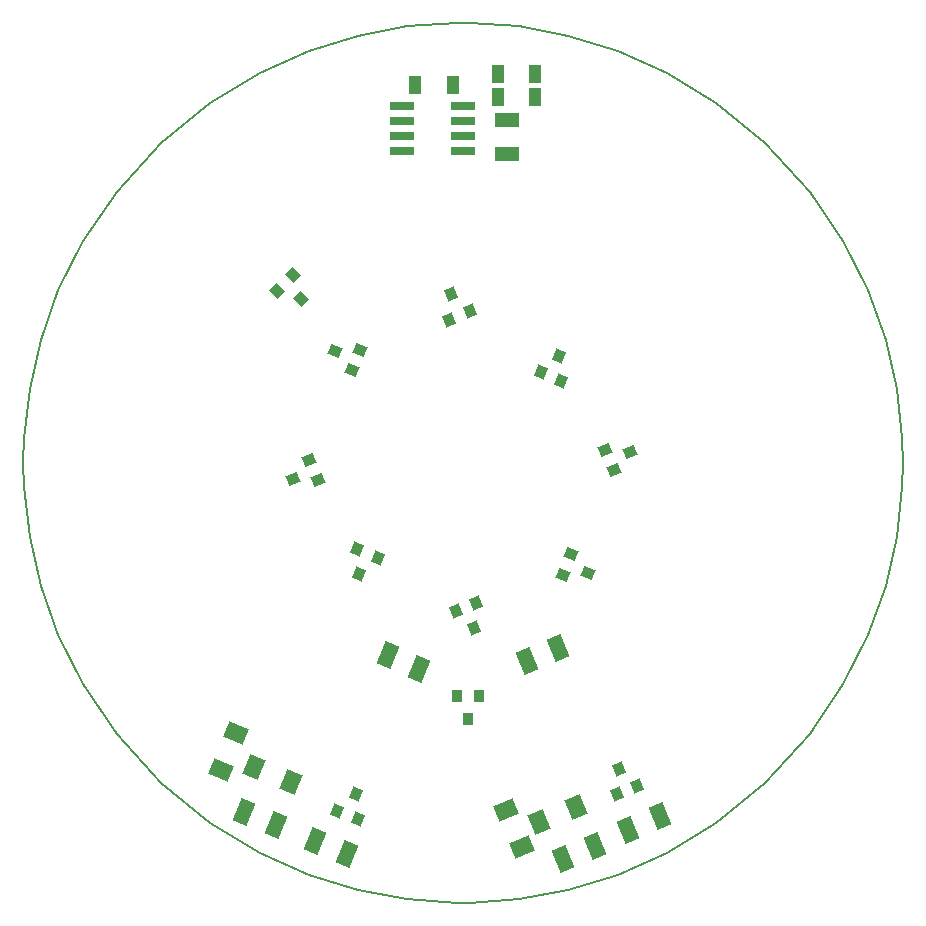
<source format=gbr>
G04 PROTEUS RS274X GERBER FILE*
%FSLAX45Y45*%
%MOMM*%
G01*
%AMPPAD003*
4,1,4,
0.639430,0.216260,
0.299230,-0.605070,
-0.639430,-0.216260,
-0.299230,0.605070,
0.639430,0.216260,
0*%
%ADD13PPAD003*%
%AMPPAD004*
4,1,4,
0.605070,-0.299230,
-0.216260,-0.639430,
-0.605070,0.299230,
0.216260,0.639430,
0.605070,-0.299230,
0*%
%ADD14PPAD004*%
%AMPPAD005*
4,1,4,
0.216260,-0.639430,
-0.605070,-0.299230,
-0.216260,0.639430,
0.605070,0.299230,
0.216260,-0.639430,
0*%
%ADD15PPAD005*%
%AMPPAD006*
4,1,4,
-0.299230,-0.605070,
-0.639430,0.216260,
0.299230,0.605070,
0.639430,-0.216260,
-0.299230,-0.605070,
0*%
%ADD16PPAD006*%
%AMPPAD007*
4,1,4,
-0.197860,1.181670,
0.975470,0.695660,
0.197860,-1.181670,
-0.975470,-0.695660,
-0.197860,1.181670,
0*%
%ADD17PPAD007*%
%AMPPAD008*
4,1,4,
-0.975470,0.695660,
0.197860,1.181670,
0.975470,-0.695660,
-0.197860,-1.181670,
-0.975470,0.695660,
0*%
%ADD18PPAD008*%
%AMPPAD013*
4,1,4,
-0.673520,0.044900,
-0.044900,0.673520,
0.673520,-0.044900,
0.044900,-0.673520,
-0.673520,0.044900,
0*%
%ADD21PPAD013*%
%ADD22R,2.032000X0.635000*%
%ADD23R,2.032000X1.270000*%
%ADD24R,0.889000X1.016000*%
%ADD27R,1.016000X1.524000*%
%AMPPAD020*
4,1,4,
0.985540,-0.554020,
-0.305120,-1.088630,
-0.985540,0.554020,
0.305120,1.088630,
0.985540,-0.554020,
0*%
%ADD28PPAD020*%
%AMPPAD021*
4,1,4,
0.305120,-1.088630,
-0.985540,-0.554020,
-0.305120,1.088630,
0.985540,0.554020,
0.305120,-1.088630,
0*%
%ADD29PPAD021*%
%AMPPAD022*
4,1,4,
-0.554020,-0.985540,
-1.088630,0.305120,
0.554020,0.985540,
1.088630,-0.305120,
-0.554020,-0.985540,
0*%
%ADD72PPAD022*%
%AMPPAD023*
4,1,4,
-1.088630,-0.305120,
-0.554020,0.985540,
1.088630,0.305120,
0.554020,-0.985540,
-1.088630,-0.305120,
0*%
%ADD73PPAD023*%
%ADD31C,0.203200*%
D13*
X-1080000Y+950000D03*
X-939966Y+790273D03*
X-868036Y+963925D03*
D14*
X-100000Y+1430000D03*
X-113925Y+1218036D03*
X+59727Y+1289966D03*
D15*
X+820000Y+910000D03*
X+660273Y+769966D03*
X+833925Y+698036D03*
D16*
X+1420000Y+100000D03*
X+1208036Y+113925D03*
X+1279966Y-59727D03*
D13*
X+1060000Y-930000D03*
X+919966Y-770273D03*
X+848036Y-943925D03*
D14*
X+100000Y-1390000D03*
X+113925Y-1178036D03*
X-59727Y-1249966D03*
D15*
X-879727Y-940034D03*
X-720000Y-800000D03*
X-893652Y-728070D03*
D16*
X-1440000Y-130000D03*
X-1228036Y-143925D03*
X-1299966Y+29727D03*
D17*
X-633525Y-1626222D03*
X-365600Y-1737200D03*
D18*
X+542075Y-1670978D03*
X+810000Y-1560000D03*
D21*
X-1370000Y+1390000D03*
X-1438250Y+1591158D03*
X-1571158Y+1458250D03*
D22*
X-513750Y+3028199D03*
X-513749Y+2901200D03*
X-513750Y+2774200D03*
X-513750Y+2647200D03*
X+6950Y+2647200D03*
X+6950Y+2774200D03*
X+6951Y+2901200D03*
X+6951Y+3028200D03*
D23*
X+372000Y+2615300D03*
X+372000Y+2905300D03*
D24*
X+43600Y-2164200D03*
X+137580Y-1973700D03*
X-50380Y-1973700D03*
D27*
X-400000Y+3200000D03*
X-85040Y+3200000D03*
X+300000Y+3100000D03*
X+614960Y+3100000D03*
X+300000Y+3300000D03*
X+614960Y+3300000D03*
D18*
X+850000Y-3350000D03*
X+1117925Y-3239022D03*
X+1400000Y-3100000D03*
X+1667925Y-2989022D03*
D17*
X-1850000Y-2950000D03*
X-1582075Y-3060978D03*
X-1250000Y-3200000D03*
X-982075Y-3310978D03*
D28*
X+960000Y-2910000D03*
X+645881Y-3040112D03*
D29*
X-1450000Y-2700000D03*
X-1764119Y-2569888D03*
D72*
X+500000Y-3250000D03*
X+369888Y-2935881D03*
D73*
X-2050000Y-2600000D03*
X-1919888Y-2285881D03*
D14*
X+1320000Y-2590000D03*
X+1306075Y-2801964D03*
X+1479727Y-2730034D03*
D15*
X-900000Y-2800000D03*
X-1059727Y-2940034D03*
X-886075Y-3011964D03*
D31*
X+3730000Y+5000D02*
X+3724161Y+213494D01*
X+3677111Y+630483D01*
X+3581154Y+1047472D01*
X+3432185Y+1464461D01*
X+3222850Y+1881450D01*
X+2940262Y+2298439D01*
X+2562518Y+2713270D01*
X+2145529Y+3053567D01*
X+1728540Y+3307277D01*
X+1311551Y+3493345D01*
X+894562Y+3622223D01*
X+477573Y+3699902D01*
X+60584Y+3729585D01*
X+5000Y+3730000D01*
X-3720000Y+5000D02*
X-3714161Y+213494D01*
X-3667111Y+630483D01*
X-3571154Y+1047472D01*
X-3422185Y+1464461D01*
X-3212850Y+1881450D01*
X-2930262Y+2298439D01*
X-2552518Y+2713270D01*
X-2135529Y+3053567D01*
X-1718540Y+3307277D01*
X-1301551Y+3493345D01*
X-884562Y+3622223D01*
X-467573Y+3699902D01*
X-50584Y+3729585D01*
X+5000Y+3730000D01*
X-3720000Y+5000D02*
X-3714161Y-203494D01*
X-3667111Y-620483D01*
X-3571154Y-1037472D01*
X-3422185Y-1454461D01*
X-3212850Y-1871450D01*
X-2930262Y-2288439D01*
X-2552518Y-2703270D01*
X-2135529Y-3043567D01*
X-1718540Y-3297277D01*
X-1301551Y-3483345D01*
X-884562Y-3612223D01*
X-467573Y-3689902D01*
X-50584Y-3719585D01*
X+5000Y-3720000D01*
X+3730000Y+5000D02*
X+3724161Y-203494D01*
X+3677111Y-620483D01*
X+3581154Y-1037472D01*
X+3432185Y-1454461D01*
X+3222850Y-1871450D01*
X+2940262Y-2288439D01*
X+2562518Y-2703270D01*
X+2145529Y-3043567D01*
X+1728540Y-3297277D01*
X+1311551Y-3483345D01*
X+894562Y-3612223D01*
X+477573Y-3689902D01*
X+60584Y-3719585D01*
X+5000Y-3720000D01*
M02*

</source>
